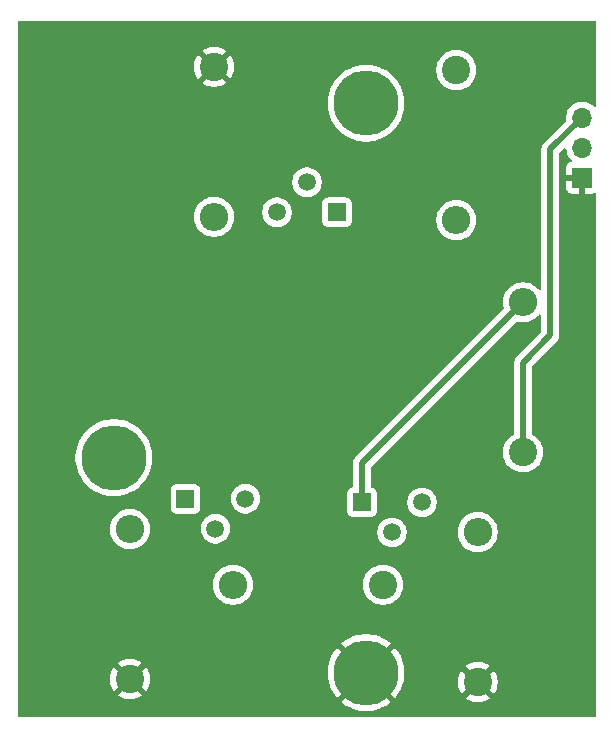
<source format=gbl>
G04 #@! TF.GenerationSoftware,KiCad,Pcbnew,9.0.0*
G04 #@! TF.CreationDate,2025-04-29T16:13:28+03:00*
G04 #@! TF.ProjectId,LED-BOARD,4c45442d-424f-4415-9244-2e6b69636164,rev?*
G04 #@! TF.SameCoordinates,Original*
G04 #@! TF.FileFunction,Copper,L2,Bot*
G04 #@! TF.FilePolarity,Positive*
%FSLAX46Y46*%
G04 Gerber Fmt 4.6, Leading zero omitted, Abs format (unit mm)*
G04 Created by KiCad (PCBNEW 9.0.0) date 2025-04-29 16:13:28*
%MOMM*%
%LPD*%
G01*
G04 APERTURE LIST*
G04 #@! TA.AperFunction,ComponentPad*
%ADD10C,5.500000*%
G04 #@! TD*
G04 #@! TA.AperFunction,ComponentPad*
%ADD11C,2.400000*%
G04 #@! TD*
G04 #@! TA.AperFunction,ComponentPad*
%ADD12O,2.400000X2.400000*%
G04 #@! TD*
G04 #@! TA.AperFunction,ComponentPad*
%ADD13R,1.500000X1.500000*%
G04 #@! TD*
G04 #@! TA.AperFunction,ComponentPad*
%ADD14C,1.500000*%
G04 #@! TD*
G04 #@! TA.AperFunction,ComponentPad*
%ADD15R,1.700000X1.700000*%
G04 #@! TD*
G04 #@! TA.AperFunction,ComponentPad*
%ADD16O,1.700000X1.700000*%
G04 #@! TD*
G04 #@! TA.AperFunction,Conductor*
%ADD17C,0.500000*%
G04 #@! TD*
G04 APERTURE END LIST*
D10*
X128150000Y-64050000D03*
D11*
X141450000Y-93600000D03*
D12*
X141450000Y-80900000D03*
D13*
X125690000Y-73270000D03*
D14*
X123150000Y-70730000D03*
X120609999Y-73270001D03*
D11*
X137600000Y-113050000D03*
D12*
X137600000Y-100350000D03*
D11*
X135800000Y-61250000D03*
D12*
X135800000Y-73950000D03*
D13*
X127810001Y-97830000D03*
D14*
X130350001Y-100370000D03*
X132890001Y-97830001D03*
D13*
X112860000Y-97530001D03*
D14*
X115400000Y-100070001D03*
X117940002Y-97529999D03*
D11*
X129600000Y-104799999D03*
D12*
X116900000Y-104799999D03*
D11*
X108150000Y-112800000D03*
D12*
X108150000Y-100100000D03*
D11*
X115300000Y-60950000D03*
D12*
X115300000Y-73650000D03*
D10*
X128150000Y-112250000D03*
D15*
X146450000Y-70340000D03*
D16*
X146450000Y-67800000D03*
X146449999Y-65259999D03*
D10*
X106800000Y-94050000D03*
D17*
X127810001Y-94539999D02*
X127810001Y-97830000D01*
X141450000Y-80900000D02*
X127810001Y-94539999D01*
X143750000Y-83700000D02*
X143750000Y-67959998D01*
X141450000Y-86000000D02*
X143750000Y-83700000D01*
X141450000Y-93600000D02*
X141450000Y-86000000D01*
X143750000Y-67959998D02*
X146449999Y-65259999D01*
G04 #@! TA.AperFunction,Conductor*
G36*
X147592539Y-57070185D02*
G01*
X147638294Y-57122989D01*
X147649500Y-57174500D01*
X147649500Y-64250242D01*
X147629815Y-64317281D01*
X147577011Y-64363036D01*
X147507853Y-64372980D01*
X147444297Y-64343955D01*
X147437819Y-64337923D01*
X147329785Y-64229889D01*
X147157819Y-64104950D01*
X146968413Y-64008443D01*
X146968412Y-64008442D01*
X146968411Y-64008442D01*
X146766242Y-63942753D01*
X146766240Y-63942752D01*
X146766239Y-63942752D01*
X146604956Y-63917207D01*
X146556286Y-63909499D01*
X146343712Y-63909499D01*
X146295041Y-63917207D01*
X146133759Y-63942752D01*
X145931584Y-64008443D01*
X145742178Y-64104950D01*
X145570212Y-64229889D01*
X145419889Y-64380212D01*
X145294950Y-64552178D01*
X145198443Y-64741584D01*
X145132752Y-64943759D01*
X145099499Y-65153712D01*
X145099499Y-65366291D01*
X145114615Y-65461727D01*
X145105661Y-65531020D01*
X145079823Y-65568806D01*
X143167050Y-67481578D01*
X143167044Y-67481586D01*
X143117812Y-67555266D01*
X143117813Y-67555267D01*
X143084921Y-67604494D01*
X143084914Y-67604506D01*
X143028342Y-67741084D01*
X143028340Y-67741090D01*
X142999500Y-67886077D01*
X142999500Y-79760677D01*
X142979815Y-79827716D01*
X142927011Y-79873471D01*
X142857853Y-79883415D01*
X142794297Y-79854390D01*
X142777124Y-79836164D01*
X142756726Y-79809581D01*
X142731247Y-79776376D01*
X142731245Y-79776374D01*
X142731242Y-79776370D01*
X142573629Y-79618757D01*
X142573622Y-79618751D01*
X142396782Y-79483058D01*
X142396780Y-79483057D01*
X142396774Y-79483052D01*
X142203726Y-79371595D01*
X142203722Y-79371593D01*
X141997790Y-79286293D01*
X141997783Y-79286291D01*
X141997781Y-79286290D01*
X141782463Y-79228596D01*
X141782457Y-79228595D01*
X141782452Y-79228594D01*
X141561466Y-79199501D01*
X141561463Y-79199500D01*
X141561457Y-79199500D01*
X141338543Y-79199500D01*
X141338537Y-79199500D01*
X141338533Y-79199501D01*
X141117547Y-79228594D01*
X141117540Y-79228595D01*
X141117537Y-79228596D01*
X140902219Y-79286290D01*
X140902209Y-79286293D01*
X140696277Y-79371593D01*
X140696273Y-79371595D01*
X140503226Y-79483052D01*
X140503217Y-79483058D01*
X140326377Y-79618751D01*
X140326370Y-79618757D01*
X140168757Y-79776370D01*
X140168751Y-79776377D01*
X140033058Y-79953217D01*
X140033052Y-79953226D01*
X139921595Y-80146273D01*
X139921593Y-80146277D01*
X139836293Y-80352209D01*
X139836290Y-80352219D01*
X139778597Y-80567534D01*
X139778594Y-80567547D01*
X139749501Y-80788533D01*
X139749500Y-80788549D01*
X139749500Y-81011450D01*
X139749501Y-81011466D01*
X139778594Y-81232452D01*
X139778595Y-81232457D01*
X139778596Y-81232463D01*
X139778597Y-81232465D01*
X139818725Y-81382226D01*
X139817062Y-81452076D01*
X139786631Y-81502000D01*
X127227051Y-94061579D01*
X127227045Y-94061587D01*
X127177813Y-94135267D01*
X127177814Y-94135268D01*
X127144922Y-94184495D01*
X127144915Y-94184507D01*
X127088343Y-94321085D01*
X127088341Y-94321091D01*
X127059501Y-94466078D01*
X127059501Y-96463023D01*
X127039816Y-96530062D01*
X126987012Y-96575817D01*
X126959866Y-96583266D01*
X126960069Y-96584124D01*
X126952521Y-96585907D01*
X126817672Y-96636202D01*
X126817665Y-96636206D01*
X126702456Y-96722452D01*
X126702453Y-96722455D01*
X126616207Y-96837664D01*
X126616203Y-96837671D01*
X126565909Y-96972517D01*
X126561304Y-97015353D01*
X126559502Y-97032123D01*
X126559501Y-97032135D01*
X126559501Y-98627870D01*
X126559502Y-98627876D01*
X126565909Y-98687483D01*
X126616203Y-98822328D01*
X126616207Y-98822335D01*
X126702453Y-98937544D01*
X126702456Y-98937547D01*
X126817665Y-99023793D01*
X126817672Y-99023797D01*
X126952518Y-99074091D01*
X126952517Y-99074091D01*
X126959445Y-99074835D01*
X127012128Y-99080500D01*
X128607873Y-99080499D01*
X128667484Y-99074091D01*
X128802332Y-99023796D01*
X128917547Y-98937546D01*
X129003797Y-98822331D01*
X129054092Y-98687483D01*
X129060501Y-98627873D01*
X129060500Y-97731578D01*
X131639501Y-97731578D01*
X131639501Y-97928423D01*
X131670291Y-98122827D01*
X131731118Y-98310030D01*
X131819671Y-98483824D01*
X131820477Y-98485406D01*
X131936173Y-98644647D01*
X132075355Y-98783829D01*
X132234596Y-98899525D01*
X132257347Y-98911117D01*
X132409971Y-98988883D01*
X132409973Y-98988883D01*
X132409976Y-98988885D01*
X132510318Y-99021488D01*
X132597174Y-99049710D01*
X132791579Y-99080501D01*
X132791584Y-99080501D01*
X132988423Y-99080501D01*
X133182827Y-99049710D01*
X133370026Y-98988885D01*
X133545406Y-98899525D01*
X133704647Y-98783829D01*
X133843829Y-98644647D01*
X133959525Y-98485406D01*
X134048885Y-98310026D01*
X134109710Y-98122827D01*
X134140501Y-97928423D01*
X134140501Y-97731578D01*
X134109710Y-97537174D01*
X134081488Y-97450318D01*
X134048885Y-97349976D01*
X134048883Y-97349973D01*
X134048883Y-97349971D01*
X133991409Y-97237172D01*
X133959525Y-97174596D01*
X133843829Y-97015355D01*
X133704647Y-96876173D01*
X133545406Y-96760477D01*
X133370030Y-96671118D01*
X133182827Y-96610291D01*
X132988423Y-96579501D01*
X132988418Y-96579501D01*
X132791584Y-96579501D01*
X132791579Y-96579501D01*
X132597174Y-96610291D01*
X132409971Y-96671118D01*
X132234595Y-96760477D01*
X132143742Y-96826486D01*
X132075355Y-96876173D01*
X132075353Y-96876175D01*
X132075352Y-96876175D01*
X131936175Y-97015352D01*
X131936175Y-97015353D01*
X131936173Y-97015355D01*
X131911021Y-97049974D01*
X131820477Y-97174595D01*
X131731118Y-97349971D01*
X131670291Y-97537174D01*
X131639501Y-97731578D01*
X129060500Y-97731578D01*
X129060500Y-97032128D01*
X129054092Y-96972517D01*
X129003797Y-96837669D01*
X129003796Y-96837668D01*
X129003794Y-96837664D01*
X128917548Y-96722455D01*
X128917545Y-96722452D01*
X128802336Y-96636206D01*
X128802329Y-96636202D01*
X128667483Y-96585908D01*
X128659939Y-96584126D01*
X128660475Y-96581853D01*
X128606689Y-96559571D01*
X128566844Y-96502177D01*
X128560501Y-96463024D01*
X128560501Y-94902227D01*
X128580186Y-94835188D01*
X128596815Y-94814551D01*
X140847999Y-82563366D01*
X140909320Y-82529883D01*
X140967768Y-82531273D01*
X141117537Y-82571404D01*
X141338543Y-82600500D01*
X141338550Y-82600500D01*
X141561450Y-82600500D01*
X141561457Y-82600500D01*
X141782463Y-82571404D01*
X141997781Y-82513710D01*
X142203726Y-82428405D01*
X142396774Y-82316948D01*
X142573624Y-82181247D01*
X142731247Y-82023624D01*
X142777124Y-81963836D01*
X142833551Y-81922633D01*
X142903297Y-81918478D01*
X142964218Y-81952690D01*
X142996971Y-82014407D01*
X142999500Y-82039322D01*
X142999500Y-83337769D01*
X142979815Y-83404808D01*
X142963181Y-83425450D01*
X140867050Y-85521580D01*
X140867044Y-85521588D01*
X140817812Y-85595268D01*
X140817813Y-85595269D01*
X140784921Y-85644496D01*
X140784914Y-85644508D01*
X140728342Y-85781086D01*
X140728340Y-85781092D01*
X140699500Y-85926079D01*
X140699500Y-91998141D01*
X140679815Y-92065180D01*
X140637501Y-92105528D01*
X140503226Y-92183052D01*
X140503217Y-92183058D01*
X140326377Y-92318751D01*
X140326370Y-92318757D01*
X140168757Y-92476370D01*
X140168751Y-92476377D01*
X140033058Y-92653217D01*
X140033052Y-92653226D01*
X139921595Y-92846273D01*
X139921593Y-92846277D01*
X139836293Y-93052209D01*
X139836290Y-93052219D01*
X139778597Y-93267534D01*
X139778594Y-93267547D01*
X139749501Y-93488533D01*
X139749500Y-93488549D01*
X139749500Y-93711450D01*
X139749501Y-93711466D01*
X139778594Y-93932452D01*
X139778595Y-93932457D01*
X139778596Y-93932463D01*
X139836290Y-94147780D01*
X139836293Y-94147790D01*
X139908075Y-94321086D01*
X139921595Y-94353726D01*
X140033052Y-94546774D01*
X140033057Y-94546780D01*
X140033058Y-94546782D01*
X140168751Y-94723622D01*
X140168757Y-94723629D01*
X140326370Y-94881242D01*
X140326376Y-94881247D01*
X140503226Y-95016948D01*
X140696274Y-95128405D01*
X140902219Y-95213710D01*
X141117537Y-95271404D01*
X141338543Y-95300500D01*
X141338550Y-95300500D01*
X141561450Y-95300500D01*
X141561457Y-95300500D01*
X141782463Y-95271404D01*
X141997781Y-95213710D01*
X142203726Y-95128405D01*
X142396774Y-95016948D01*
X142573624Y-94881247D01*
X142731247Y-94723624D01*
X142866948Y-94546774D01*
X142978405Y-94353726D01*
X143063710Y-94147781D01*
X143121404Y-93932463D01*
X143150500Y-93711457D01*
X143150500Y-93488543D01*
X143121404Y-93267537D01*
X143063710Y-93052219D01*
X142978405Y-92846274D01*
X142866948Y-92653226D01*
X142731247Y-92476376D01*
X142731242Y-92476370D01*
X142573629Y-92318757D01*
X142573622Y-92318751D01*
X142396782Y-92183058D01*
X142396780Y-92183057D01*
X142396774Y-92183052D01*
X142262498Y-92105527D01*
X142214284Y-92054961D01*
X142200500Y-91998141D01*
X142200500Y-86362229D01*
X142220185Y-86295190D01*
X142236819Y-86274548D01*
X144332948Y-84178419D01*
X144332951Y-84178416D01*
X144415084Y-84055495D01*
X144471658Y-83918913D01*
X144500500Y-83773918D01*
X144500500Y-83626083D01*
X144500500Y-68322227D01*
X144520185Y-68255188D01*
X144536819Y-68234546D01*
X144655126Y-68116239D01*
X144895366Y-67875998D01*
X144956687Y-67842515D01*
X145026378Y-67847499D01*
X145082312Y-67889370D01*
X145105518Y-67944283D01*
X145132754Y-68116243D01*
X145177900Y-68255188D01*
X145198444Y-68318414D01*
X145294951Y-68507820D01*
X145419890Y-68679786D01*
X145533818Y-68793714D01*
X145567303Y-68855037D01*
X145562319Y-68924729D01*
X145520447Y-68980662D01*
X145489471Y-68997577D01*
X145357912Y-69046646D01*
X145357906Y-69046649D01*
X145242812Y-69132809D01*
X145242809Y-69132812D01*
X145156649Y-69247906D01*
X145156645Y-69247913D01*
X145106403Y-69382620D01*
X145106401Y-69382627D01*
X145100000Y-69442155D01*
X145100000Y-70090000D01*
X146016988Y-70090000D01*
X145984075Y-70147007D01*
X145950000Y-70274174D01*
X145950000Y-70405826D01*
X145984075Y-70532993D01*
X146016988Y-70590000D01*
X145100000Y-70590000D01*
X145100000Y-71237844D01*
X145106401Y-71297372D01*
X145106403Y-71297379D01*
X145156645Y-71432086D01*
X145156649Y-71432093D01*
X145242809Y-71547187D01*
X145242812Y-71547190D01*
X145357906Y-71633350D01*
X145357913Y-71633354D01*
X145492620Y-71683596D01*
X145492627Y-71683598D01*
X145552155Y-71689999D01*
X145552172Y-71690000D01*
X146200000Y-71690000D01*
X146200000Y-70773012D01*
X146257007Y-70805925D01*
X146384174Y-70840000D01*
X146515826Y-70840000D01*
X146642993Y-70805925D01*
X146700000Y-70773012D01*
X146700000Y-71690000D01*
X147347828Y-71690000D01*
X147347844Y-71689999D01*
X147407372Y-71683598D01*
X147407383Y-71683595D01*
X147482166Y-71655703D01*
X147551857Y-71650718D01*
X147613181Y-71684202D01*
X147646666Y-71745525D01*
X147649500Y-71771884D01*
X147649500Y-115925500D01*
X147629815Y-115992539D01*
X147577011Y-116038294D01*
X147525500Y-116049500D01*
X98774500Y-116049500D01*
X98707461Y-116029815D01*
X98661706Y-115977011D01*
X98650500Y-115925500D01*
X98650500Y-112688575D01*
X106450000Y-112688575D01*
X106450000Y-112911424D01*
X106479085Y-113132354D01*
X106479088Y-113132367D01*
X106536763Y-113347618D01*
X106622045Y-113553502D01*
X106622054Y-113553520D01*
X106733464Y-113746491D01*
X106733473Y-113746504D01*
X106784040Y-113812403D01*
X106784043Y-113812403D01*
X107585387Y-113011059D01*
X107590889Y-113031591D01*
X107669881Y-113168408D01*
X107781592Y-113280119D01*
X107918409Y-113359111D01*
X107938940Y-113364612D01*
X107137595Y-114165955D01*
X107137595Y-114165956D01*
X107203507Y-114216533D01*
X107396485Y-114327949D01*
X107396497Y-114327954D01*
X107602381Y-114413236D01*
X107817632Y-114470911D01*
X107817645Y-114470914D01*
X108038575Y-114500000D01*
X108261425Y-114500000D01*
X108482354Y-114470914D01*
X108482367Y-114470911D01*
X108697618Y-114413236D01*
X108903502Y-114327954D01*
X108903514Y-114327949D01*
X109096498Y-114216530D01*
X109162403Y-114165957D01*
X109162404Y-114165956D01*
X108361059Y-113364612D01*
X108381591Y-113359111D01*
X108518408Y-113280119D01*
X108630119Y-113168408D01*
X108709111Y-113031591D01*
X108714612Y-113011059D01*
X109515956Y-113812404D01*
X109515957Y-113812403D01*
X109566530Y-113746498D01*
X109677949Y-113553514D01*
X109677954Y-113553502D01*
X109763236Y-113347618D01*
X109820911Y-113132367D01*
X109820914Y-113132354D01*
X109850000Y-112911424D01*
X109850000Y-112688575D01*
X109820914Y-112467645D01*
X109820911Y-112467632D01*
X109763236Y-112252381D01*
X109714510Y-112134747D01*
X109696116Y-112090341D01*
X124900000Y-112090341D01*
X124900000Y-112409658D01*
X124931298Y-112727438D01*
X124931301Y-112727455D01*
X124993591Y-113040617D01*
X124993594Y-113040628D01*
X125086292Y-113346213D01*
X125208493Y-113641232D01*
X125208495Y-113641237D01*
X125359014Y-113922837D01*
X125359025Y-113922855D01*
X125536422Y-114188348D01*
X125536432Y-114188362D01*
X125681418Y-114365027D01*
X126855747Y-113190697D01*
X126929588Y-113292330D01*
X127107670Y-113470412D01*
X127209301Y-113544251D01*
X126034971Y-114718580D01*
X126034972Y-114718581D01*
X126211637Y-114863567D01*
X126211651Y-114863577D01*
X126477144Y-115040974D01*
X126477162Y-115040985D01*
X126758762Y-115191504D01*
X126758767Y-115191506D01*
X127053786Y-115313707D01*
X127359371Y-115406405D01*
X127359382Y-115406408D01*
X127672544Y-115468698D01*
X127672561Y-115468701D01*
X127990341Y-115500000D01*
X128309659Y-115500000D01*
X128627438Y-115468701D01*
X128627455Y-115468698D01*
X128940617Y-115406408D01*
X128940628Y-115406405D01*
X129246213Y-115313707D01*
X129541232Y-115191506D01*
X129541237Y-115191504D01*
X129822837Y-115040985D01*
X129822855Y-115040974D01*
X130088348Y-114863577D01*
X130088361Y-114863567D01*
X130265026Y-114718581D01*
X130265027Y-114718580D01*
X129090698Y-113544251D01*
X129192330Y-113470412D01*
X129370412Y-113292330D01*
X129444251Y-113190698D01*
X130618580Y-114365027D01*
X130618581Y-114365026D01*
X130680698Y-114289338D01*
X130763567Y-114188361D01*
X130763577Y-114188348D01*
X130940974Y-113922855D01*
X130940985Y-113922837D01*
X131091504Y-113641237D01*
X131091506Y-113641232D01*
X131213707Y-113346213D01*
X131306405Y-113040628D01*
X131306408Y-113040617D01*
X131326705Y-112938575D01*
X135900000Y-112938575D01*
X135900000Y-113161424D01*
X135929085Y-113382354D01*
X135929088Y-113382367D01*
X135986763Y-113597618D01*
X136072045Y-113803502D01*
X136072054Y-113803520D01*
X136183464Y-113996491D01*
X136183473Y-113996504D01*
X136234040Y-114062403D01*
X136234043Y-114062403D01*
X137035387Y-113261059D01*
X137040889Y-113281591D01*
X137119881Y-113418408D01*
X137231592Y-113530119D01*
X137368409Y-113609111D01*
X137388940Y-113614612D01*
X136587595Y-114415955D01*
X136587595Y-114415956D01*
X136653507Y-114466533D01*
X136846485Y-114577949D01*
X136846497Y-114577954D01*
X137052381Y-114663236D01*
X137267632Y-114720911D01*
X137267645Y-114720914D01*
X137488575Y-114750000D01*
X137711425Y-114750000D01*
X137932354Y-114720914D01*
X137932367Y-114720911D01*
X138147618Y-114663236D01*
X138353502Y-114577954D01*
X138353514Y-114577949D01*
X138546498Y-114466530D01*
X138612403Y-114415957D01*
X138612404Y-114415956D01*
X137811059Y-113614612D01*
X137831591Y-113609111D01*
X137968408Y-113530119D01*
X138080119Y-113418408D01*
X138159111Y-113281591D01*
X138164612Y-113261059D01*
X138965956Y-114062404D01*
X138965957Y-114062403D01*
X139016530Y-113996498D01*
X139127949Y-113803514D01*
X139127954Y-113803502D01*
X139213236Y-113597618D01*
X139270911Y-113382367D01*
X139270914Y-113382354D01*
X139300000Y-113161424D01*
X139300000Y-112938575D01*
X139270914Y-112717645D01*
X139270911Y-112717632D01*
X139213236Y-112502381D01*
X139127954Y-112296497D01*
X139127949Y-112296485D01*
X139016533Y-112103507D01*
X138965956Y-112037595D01*
X138965955Y-112037595D01*
X138164612Y-112838939D01*
X138159111Y-112818409D01*
X138080119Y-112681592D01*
X137968408Y-112569881D01*
X137831591Y-112490889D01*
X137811058Y-112485387D01*
X138612403Y-111684043D01*
X138612403Y-111684040D01*
X138546504Y-111633473D01*
X138546491Y-111633464D01*
X138353520Y-111522054D01*
X138353502Y-111522045D01*
X138147618Y-111436763D01*
X137932367Y-111379088D01*
X137932354Y-111379085D01*
X137711425Y-111350000D01*
X137488575Y-111350000D01*
X137267645Y-111379085D01*
X137267632Y-111379088D01*
X137052381Y-111436763D01*
X136846497Y-111522045D01*
X136846479Y-111522054D01*
X136653511Y-111633462D01*
X136587595Y-111684042D01*
X137388941Y-112485387D01*
X137368409Y-112490889D01*
X137231592Y-112569881D01*
X137119881Y-112681592D01*
X137040889Y-112818409D01*
X137035387Y-112838940D01*
X136234042Y-112037595D01*
X136183462Y-112103511D01*
X136072054Y-112296479D01*
X136072045Y-112296497D01*
X135986763Y-112502381D01*
X135929088Y-112717632D01*
X135929085Y-112717645D01*
X135900000Y-112938575D01*
X131326705Y-112938575D01*
X131332324Y-112910326D01*
X131368698Y-112727455D01*
X131368701Y-112727438D01*
X131400000Y-112409658D01*
X131400000Y-112090341D01*
X131368701Y-111772561D01*
X131368698Y-111772544D01*
X131365445Y-111756186D01*
X131306408Y-111459382D01*
X131306405Y-111459371D01*
X131213707Y-111153786D01*
X131091506Y-110858767D01*
X131091504Y-110858762D01*
X130940985Y-110577162D01*
X130940974Y-110577144D01*
X130763577Y-110311651D01*
X130763567Y-110311637D01*
X130618581Y-110134972D01*
X130618580Y-110134971D01*
X129444251Y-111309300D01*
X129370412Y-111207670D01*
X129192330Y-111029588D01*
X129090698Y-110955748D01*
X130265027Y-109781418D01*
X130088362Y-109636432D01*
X130088348Y-109636422D01*
X129822855Y-109459025D01*
X129822837Y-109459014D01*
X129541237Y-109308495D01*
X129541232Y-109308493D01*
X129246213Y-109186292D01*
X128940628Y-109093594D01*
X128940617Y-109093591D01*
X128627455Y-109031301D01*
X128627438Y-109031298D01*
X128309659Y-109000000D01*
X127990341Y-109000000D01*
X127672561Y-109031298D01*
X127672544Y-109031301D01*
X127359382Y-109093591D01*
X127359371Y-109093594D01*
X127053786Y-109186292D01*
X126758767Y-109308493D01*
X126758762Y-109308495D01*
X126477162Y-109459014D01*
X126477144Y-109459025D01*
X126211651Y-109636422D01*
X126211650Y-109636423D01*
X126034971Y-109781418D01*
X127209301Y-110955748D01*
X127107670Y-111029588D01*
X126929588Y-111207670D01*
X126855748Y-111309301D01*
X125681418Y-110134971D01*
X125536423Y-110311650D01*
X125536422Y-110311651D01*
X125359025Y-110577144D01*
X125359014Y-110577162D01*
X125208495Y-110858762D01*
X125208493Y-110858767D01*
X125086292Y-111153786D01*
X124993594Y-111459371D01*
X124993591Y-111459382D01*
X124931301Y-111772544D01*
X124931298Y-111772561D01*
X124900000Y-112090341D01*
X109696116Y-112090341D01*
X109677952Y-112046492D01*
X109677949Y-112046485D01*
X109566533Y-111853507D01*
X109515956Y-111787595D01*
X109515955Y-111787595D01*
X108714612Y-112588939D01*
X108709111Y-112568409D01*
X108630119Y-112431592D01*
X108518408Y-112319881D01*
X108381591Y-112240889D01*
X108361058Y-112235387D01*
X109162403Y-111434043D01*
X109162403Y-111434040D01*
X109096504Y-111383473D01*
X109096491Y-111383464D01*
X108903520Y-111272054D01*
X108903502Y-111272045D01*
X108697618Y-111186763D01*
X108482367Y-111129088D01*
X108482354Y-111129085D01*
X108261425Y-111100000D01*
X108038575Y-111100000D01*
X107817645Y-111129085D01*
X107817632Y-111129088D01*
X107602381Y-111186763D01*
X107396497Y-111272045D01*
X107396479Y-111272054D01*
X107203511Y-111383462D01*
X107137595Y-111434042D01*
X107938941Y-112235387D01*
X107918409Y-112240889D01*
X107781592Y-112319881D01*
X107669881Y-112431592D01*
X107590889Y-112568409D01*
X107585387Y-112588940D01*
X106784042Y-111787595D01*
X106733462Y-111853511D01*
X106622054Y-112046479D01*
X106622045Y-112046497D01*
X106536763Y-112252381D01*
X106479088Y-112467632D01*
X106479085Y-112467645D01*
X106450000Y-112688575D01*
X98650500Y-112688575D01*
X98650500Y-104688548D01*
X115199500Y-104688548D01*
X115199500Y-104911449D01*
X115199501Y-104911465D01*
X115228594Y-105132451D01*
X115228595Y-105132456D01*
X115228596Y-105132462D01*
X115228597Y-105132464D01*
X115286290Y-105347779D01*
X115286293Y-105347789D01*
X115371593Y-105553721D01*
X115371595Y-105553725D01*
X115483052Y-105746773D01*
X115483057Y-105746779D01*
X115483058Y-105746781D01*
X115618751Y-105923621D01*
X115618757Y-105923628D01*
X115776370Y-106081241D01*
X115776376Y-106081246D01*
X115953226Y-106216947D01*
X116146274Y-106328404D01*
X116352219Y-106413709D01*
X116567537Y-106471403D01*
X116788543Y-106500499D01*
X116788550Y-106500499D01*
X117011450Y-106500499D01*
X117011457Y-106500499D01*
X117232463Y-106471403D01*
X117447781Y-106413709D01*
X117653726Y-106328404D01*
X117846774Y-106216947D01*
X118023624Y-106081246D01*
X118181247Y-105923623D01*
X118316948Y-105746773D01*
X118428405Y-105553725D01*
X118513710Y-105347780D01*
X118571404Y-105132462D01*
X118600500Y-104911456D01*
X118600500Y-104688548D01*
X127899500Y-104688548D01*
X127899500Y-104911449D01*
X127899501Y-104911465D01*
X127928594Y-105132451D01*
X127928595Y-105132456D01*
X127928596Y-105132462D01*
X127928597Y-105132464D01*
X127986290Y-105347779D01*
X127986293Y-105347789D01*
X128071593Y-105553721D01*
X128071595Y-105553725D01*
X128183052Y-105746773D01*
X128183057Y-105746779D01*
X128183058Y-105746781D01*
X128318751Y-105923621D01*
X128318757Y-105923628D01*
X128476370Y-106081241D01*
X128476376Y-106081246D01*
X128653226Y-106216947D01*
X128846274Y-106328404D01*
X129052219Y-106413709D01*
X129267537Y-106471403D01*
X129488543Y-106500499D01*
X129488550Y-106500499D01*
X129711450Y-106500499D01*
X129711457Y-106500499D01*
X129932463Y-106471403D01*
X130147781Y-106413709D01*
X130353726Y-106328404D01*
X130546774Y-106216947D01*
X130723624Y-106081246D01*
X130881247Y-105923623D01*
X131016948Y-105746773D01*
X131128405Y-105553725D01*
X131213710Y-105347780D01*
X131271404Y-105132462D01*
X131300500Y-104911456D01*
X131300500Y-104688542D01*
X131271404Y-104467536D01*
X131213710Y-104252218D01*
X131128405Y-104046273D01*
X131016948Y-103853225D01*
X130881247Y-103676375D01*
X130881242Y-103676369D01*
X130723629Y-103518756D01*
X130723622Y-103518750D01*
X130546782Y-103383057D01*
X130546780Y-103383056D01*
X130546774Y-103383051D01*
X130353726Y-103271594D01*
X130353722Y-103271592D01*
X130147790Y-103186292D01*
X130147783Y-103186290D01*
X130147781Y-103186289D01*
X129932463Y-103128595D01*
X129932457Y-103128594D01*
X129932452Y-103128593D01*
X129711466Y-103099500D01*
X129711463Y-103099499D01*
X129711457Y-103099499D01*
X129488543Y-103099499D01*
X129488537Y-103099499D01*
X129488533Y-103099500D01*
X129267547Y-103128593D01*
X129267540Y-103128594D01*
X129267537Y-103128595D01*
X129052219Y-103186289D01*
X129052209Y-103186292D01*
X128846277Y-103271592D01*
X128846273Y-103271594D01*
X128653226Y-103383051D01*
X128653217Y-103383057D01*
X128476377Y-103518750D01*
X128476370Y-103518756D01*
X128318757Y-103676369D01*
X128318751Y-103676376D01*
X128183058Y-103853216D01*
X128183052Y-103853225D01*
X128071595Y-104046272D01*
X128071593Y-104046276D01*
X127986293Y-104252208D01*
X127986290Y-104252218D01*
X127928597Y-104467533D01*
X127928594Y-104467546D01*
X127899501Y-104688532D01*
X127899500Y-104688548D01*
X118600500Y-104688548D01*
X118600500Y-104688542D01*
X118571404Y-104467536D01*
X118513710Y-104252218D01*
X118428405Y-104046273D01*
X118316948Y-103853225D01*
X118181247Y-103676375D01*
X118181242Y-103676369D01*
X118023629Y-103518756D01*
X118023622Y-103518750D01*
X117846782Y-103383057D01*
X117846780Y-103383056D01*
X117846774Y-103383051D01*
X117653726Y-103271594D01*
X117653722Y-103271592D01*
X117447790Y-103186292D01*
X117447783Y-103186290D01*
X117447781Y-103186289D01*
X117232463Y-103128595D01*
X117232457Y-103128594D01*
X117232452Y-103128593D01*
X117011466Y-103099500D01*
X117011463Y-103099499D01*
X117011457Y-103099499D01*
X116788543Y-103099499D01*
X116788537Y-103099499D01*
X116788533Y-103099500D01*
X116567547Y-103128593D01*
X116567540Y-103128594D01*
X116567537Y-103128595D01*
X116352219Y-103186289D01*
X116352209Y-103186292D01*
X116146277Y-103271592D01*
X116146273Y-103271594D01*
X115953226Y-103383051D01*
X115953217Y-103383057D01*
X115776377Y-103518750D01*
X115776370Y-103518756D01*
X115618757Y-103676369D01*
X115618751Y-103676376D01*
X115483058Y-103853216D01*
X115483052Y-103853225D01*
X115371595Y-104046272D01*
X115371593Y-104046276D01*
X115286293Y-104252208D01*
X115286290Y-104252218D01*
X115228597Y-104467533D01*
X115228594Y-104467546D01*
X115199501Y-104688532D01*
X115199500Y-104688548D01*
X98650500Y-104688548D01*
X98650500Y-99988549D01*
X106449500Y-99988549D01*
X106449500Y-100211450D01*
X106449501Y-100211466D01*
X106478594Y-100432452D01*
X106478595Y-100432457D01*
X106478596Y-100432463D01*
X106510097Y-100550026D01*
X106536290Y-100647780D01*
X106536293Y-100647790D01*
X106621593Y-100853722D01*
X106621595Y-100853726D01*
X106733052Y-101046774D01*
X106733057Y-101046780D01*
X106733058Y-101046782D01*
X106868751Y-101223622D01*
X106868757Y-101223629D01*
X107026370Y-101381242D01*
X107026377Y-101381248D01*
X107146762Y-101473622D01*
X107203226Y-101516948D01*
X107396274Y-101628405D01*
X107602219Y-101713710D01*
X107817537Y-101771404D01*
X108038543Y-101800500D01*
X108038550Y-101800500D01*
X108261450Y-101800500D01*
X108261457Y-101800500D01*
X108482463Y-101771404D01*
X108697781Y-101713710D01*
X108903726Y-101628405D01*
X109096774Y-101516948D01*
X109273624Y-101381247D01*
X109431247Y-101223624D01*
X109566948Y-101046774D01*
X109678405Y-100853726D01*
X109763710Y-100647781D01*
X109821404Y-100432463D01*
X109850500Y-100211457D01*
X109850500Y-99988543D01*
X109848267Y-99971584D01*
X109848266Y-99971578D01*
X114149500Y-99971578D01*
X114149500Y-100168423D01*
X114180290Y-100362827D01*
X114241117Y-100550030D01*
X114330476Y-100725406D01*
X114446172Y-100884647D01*
X114585354Y-101023829D01*
X114744595Y-101139525D01*
X114827455Y-101181744D01*
X114919970Y-101228883D01*
X114919972Y-101228883D01*
X114919975Y-101228885D01*
X115020317Y-101261488D01*
X115107173Y-101289710D01*
X115301578Y-101320501D01*
X115301583Y-101320501D01*
X115498422Y-101320501D01*
X115692826Y-101289710D01*
X115880025Y-101228885D01*
X116055405Y-101139525D01*
X116214646Y-101023829D01*
X116353828Y-100884647D01*
X116469524Y-100725406D01*
X116558884Y-100550026D01*
X116619709Y-100362827D01*
X116634162Y-100271577D01*
X129099501Y-100271577D01*
X129099501Y-100468422D01*
X129130291Y-100662826D01*
X129191118Y-100850029D01*
X129215454Y-100897790D01*
X129280477Y-101025405D01*
X129396173Y-101184646D01*
X129535355Y-101323828D01*
X129694596Y-101439524D01*
X129761531Y-101473629D01*
X129869971Y-101528882D01*
X129869973Y-101528882D01*
X129869976Y-101528884D01*
X129970318Y-101561487D01*
X130057174Y-101589709D01*
X130251579Y-101620500D01*
X130251584Y-101620500D01*
X130448423Y-101620500D01*
X130642827Y-101589709D01*
X130830026Y-101528884D01*
X131005406Y-101439524D01*
X131164647Y-101323828D01*
X131303829Y-101184646D01*
X131419525Y-101025405D01*
X131508885Y-100850025D01*
X131569710Y-100662826D01*
X131600501Y-100468422D01*
X131600501Y-100271579D01*
X131597698Y-100253883D01*
X131597698Y-100253882D01*
X131595269Y-100238549D01*
X135899500Y-100238549D01*
X135899500Y-100461450D01*
X135899501Y-100461466D01*
X135928594Y-100682452D01*
X135928595Y-100682457D01*
X135928596Y-100682463D01*
X135986290Y-100897780D01*
X135986293Y-100897790D01*
X136048008Y-101046782D01*
X136071595Y-101103726D01*
X136183052Y-101296774D01*
X136183057Y-101296780D01*
X136183058Y-101296782D01*
X136318751Y-101473622D01*
X136318757Y-101473629D01*
X136476370Y-101631242D01*
X136476376Y-101631247D01*
X136653226Y-101766948D01*
X136846274Y-101878405D01*
X137052219Y-101963710D01*
X137267537Y-102021404D01*
X137488543Y-102050500D01*
X137488550Y-102050500D01*
X137711450Y-102050500D01*
X137711457Y-102050500D01*
X137932463Y-102021404D01*
X138147781Y-101963710D01*
X138353726Y-101878405D01*
X138546774Y-101766948D01*
X138723624Y-101631247D01*
X138881247Y-101473624D01*
X139016948Y-101296774D01*
X139128405Y-101103726D01*
X139213710Y-100897781D01*
X139271404Y-100682463D01*
X139300500Y-100461457D01*
X139300500Y-100238543D01*
X139271404Y-100017537D01*
X139213710Y-99802219D01*
X139203336Y-99777175D01*
X139128406Y-99596277D01*
X139128405Y-99596274D01*
X139016948Y-99403226D01*
X138881247Y-99226376D01*
X138881242Y-99226370D01*
X138723629Y-99068757D01*
X138723622Y-99068751D01*
X138546782Y-98933058D01*
X138546780Y-98933057D01*
X138546774Y-98933052D01*
X138353726Y-98821595D01*
X138353722Y-98821593D01*
X138147790Y-98736293D01*
X138147783Y-98736291D01*
X138147781Y-98736290D01*
X137932463Y-98678596D01*
X137932457Y-98678595D01*
X137932452Y-98678594D01*
X137711466Y-98649501D01*
X137711463Y-98649500D01*
X137711457Y-98649500D01*
X137488543Y-98649500D01*
X137488537Y-98649500D01*
X137488533Y-98649501D01*
X137267547Y-98678594D01*
X137267540Y-98678595D01*
X137267537Y-98678596D01*
X137098855Y-98723794D01*
X137052219Y-98736290D01*
X137052209Y-98736293D01*
X136846277Y-98821593D01*
X136846273Y-98821595D01*
X136653226Y-98933052D01*
X136653217Y-98933058D01*
X136476377Y-99068751D01*
X136476370Y-99068757D01*
X136318757Y-99226370D01*
X136318751Y-99226377D01*
X136183058Y-99403217D01*
X136183052Y-99403226D01*
X136071595Y-99596273D01*
X136071593Y-99596277D01*
X135986293Y-99802209D01*
X135986290Y-99802219D01*
X135936369Y-99988530D01*
X135928597Y-100017534D01*
X135928594Y-100017547D01*
X135899501Y-100238533D01*
X135899500Y-100238549D01*
X131595269Y-100238549D01*
X131569710Y-100077173D01*
X131539077Y-99982896D01*
X131508885Y-99889975D01*
X131508883Y-99889972D01*
X131508883Y-99889970D01*
X131446500Y-99767537D01*
X131419525Y-99714595D01*
X131303829Y-99555354D01*
X131164647Y-99416172D01*
X131005406Y-99300476D01*
X130830030Y-99211117D01*
X130642827Y-99150290D01*
X130448423Y-99119500D01*
X130448418Y-99119500D01*
X130251584Y-99119500D01*
X130251579Y-99119500D01*
X130057174Y-99150290D01*
X129869971Y-99211117D01*
X129694595Y-99300476D01*
X129603742Y-99366485D01*
X129535355Y-99416172D01*
X129535353Y-99416174D01*
X129535352Y-99416174D01*
X129396175Y-99555351D01*
X129396175Y-99555352D01*
X129396173Y-99555354D01*
X129366443Y-99596274D01*
X129280477Y-99714594D01*
X129191118Y-99889970D01*
X129130291Y-100077173D01*
X129099501Y-100271577D01*
X116634162Y-100271577D01*
X116638005Y-100247313D01*
X116650500Y-100168423D01*
X116650500Y-99971578D01*
X116619709Y-99777174D01*
X116558882Y-99589971D01*
X116469523Y-99414595D01*
X116461263Y-99403226D01*
X116353828Y-99255355D01*
X116214646Y-99116173D01*
X116055405Y-99000477D01*
X115880029Y-98911118D01*
X115692826Y-98850291D01*
X115498422Y-98819501D01*
X115498417Y-98819501D01*
X115301583Y-98819501D01*
X115301578Y-98819501D01*
X115107173Y-98850291D01*
X114919970Y-98911118D01*
X114744594Y-99000477D01*
X114676832Y-99049710D01*
X114585354Y-99116173D01*
X114585352Y-99116175D01*
X114585351Y-99116175D01*
X114446174Y-99255352D01*
X114446174Y-99255353D01*
X114446172Y-99255355D01*
X114396485Y-99323742D01*
X114330476Y-99414595D01*
X114241117Y-99589971D01*
X114180290Y-99777174D01*
X114149500Y-99971578D01*
X109848266Y-99971578D01*
X109825970Y-99802219D01*
X109821404Y-99767537D01*
X109763710Y-99552219D01*
X109678405Y-99346274D01*
X109566948Y-99153226D01*
X109527867Y-99102294D01*
X109431248Y-98976377D01*
X109431242Y-98976370D01*
X109273629Y-98818757D01*
X109273622Y-98818751D01*
X109096782Y-98683058D01*
X109096780Y-98683057D01*
X109096774Y-98683052D01*
X108903726Y-98571595D01*
X108903722Y-98571593D01*
X108697790Y-98486293D01*
X108697783Y-98486291D01*
X108697781Y-98486290D01*
X108482463Y-98428596D01*
X108482457Y-98428595D01*
X108482452Y-98428594D01*
X108261466Y-98399501D01*
X108261463Y-98399500D01*
X108261457Y-98399500D01*
X108038543Y-98399500D01*
X108038537Y-98399500D01*
X108038533Y-98399501D01*
X107817547Y-98428594D01*
X107817540Y-98428595D01*
X107817537Y-98428596D01*
X107611422Y-98483824D01*
X107602219Y-98486290D01*
X107602209Y-98486293D01*
X107396277Y-98571593D01*
X107396273Y-98571595D01*
X107203226Y-98683052D01*
X107203217Y-98683058D01*
X107026377Y-98818751D01*
X107026370Y-98818757D01*
X106868757Y-98976370D01*
X106868751Y-98976377D01*
X106733058Y-99153217D01*
X106733052Y-99153226D01*
X106621595Y-99346273D01*
X106621593Y-99346277D01*
X106536293Y-99552209D01*
X106536290Y-99552219D01*
X106478597Y-99767534D01*
X106478594Y-99767547D01*
X106449501Y-99988533D01*
X106449500Y-99988549D01*
X98650500Y-99988549D01*
X98650500Y-93890316D01*
X103549500Y-93890316D01*
X103549500Y-94209683D01*
X103580803Y-94527522D01*
X103643109Y-94840754D01*
X103735820Y-95146382D01*
X103858040Y-95441446D01*
X103858042Y-95441451D01*
X104008584Y-95723094D01*
X104008601Y-95723122D01*
X104186012Y-95988638D01*
X104186029Y-95988661D01*
X104388638Y-96235540D01*
X104614459Y-96461361D01*
X104614464Y-96461365D01*
X104614465Y-96461366D01*
X104861344Y-96663975D01*
X104861351Y-96663980D01*
X104861361Y-96663987D01*
X105126877Y-96841398D01*
X105126882Y-96841401D01*
X105126894Y-96841409D01*
X105126903Y-96841413D01*
X105126905Y-96841415D01*
X105408548Y-96991957D01*
X105408550Y-96991957D01*
X105408556Y-96991961D01*
X105703619Y-97114180D01*
X106009240Y-97206889D01*
X106322477Y-97269196D01*
X106640313Y-97300500D01*
X106640316Y-97300500D01*
X106959684Y-97300500D01*
X106959687Y-97300500D01*
X107277523Y-97269196D01*
X107590760Y-97206889D01*
X107896381Y-97114180D01*
X108191444Y-96991961D01*
X108473106Y-96841409D01*
X108636645Y-96732136D01*
X111609500Y-96732136D01*
X111609500Y-98327871D01*
X111609501Y-98327877D01*
X111615908Y-98387484D01*
X111666202Y-98522329D01*
X111666206Y-98522336D01*
X111752452Y-98637545D01*
X111752455Y-98637548D01*
X111867664Y-98723794D01*
X111867671Y-98723798D01*
X112002517Y-98774092D01*
X112002516Y-98774092D01*
X112009444Y-98774836D01*
X112062127Y-98780501D01*
X113657872Y-98780500D01*
X113717483Y-98774092D01*
X113852331Y-98723797D01*
X113967546Y-98637547D01*
X114053796Y-98522332D01*
X114104091Y-98387484D01*
X114110500Y-98327874D01*
X114110499Y-97431576D01*
X116689502Y-97431576D01*
X116689502Y-97628421D01*
X116720292Y-97822825D01*
X116781119Y-98010028D01*
X116870478Y-98185404D01*
X116986174Y-98344645D01*
X117125356Y-98483827D01*
X117284597Y-98599523D01*
X117340257Y-98627883D01*
X117459972Y-98688881D01*
X117459974Y-98688881D01*
X117459977Y-98688883D01*
X117560319Y-98721486D01*
X117647175Y-98749708D01*
X117841580Y-98780499D01*
X117841585Y-98780499D01*
X118038424Y-98780499D01*
X118232828Y-98749708D01*
X118420027Y-98688883D01*
X118595407Y-98599523D01*
X118754648Y-98483827D01*
X118893830Y-98344645D01*
X119009526Y-98185404D01*
X119098886Y-98010024D01*
X119159711Y-97822825D01*
X119174163Y-97731578D01*
X119190502Y-97628421D01*
X119190502Y-97431576D01*
X119159711Y-97237172D01*
X119119748Y-97114180D01*
X119098886Y-97049974D01*
X119098884Y-97049971D01*
X119098884Y-97049969D01*
X119051745Y-96957454D01*
X119009526Y-96874594D01*
X118893830Y-96715353D01*
X118754648Y-96576171D01*
X118595407Y-96460475D01*
X118420031Y-96371116D01*
X118232828Y-96310289D01*
X118038424Y-96279499D01*
X118038419Y-96279499D01*
X117841585Y-96279499D01*
X117841580Y-96279499D01*
X117647175Y-96310289D01*
X117459972Y-96371116D01*
X117284596Y-96460475D01*
X117227199Y-96502177D01*
X117125356Y-96576171D01*
X117125354Y-96576173D01*
X117125353Y-96576173D01*
X116986176Y-96715350D01*
X116986176Y-96715351D01*
X116986174Y-96715353D01*
X116953389Y-96760477D01*
X116870478Y-96874593D01*
X116781119Y-97049969D01*
X116720292Y-97237172D01*
X116689502Y-97431576D01*
X114110499Y-97431576D01*
X114110499Y-96732129D01*
X114104091Y-96672518D01*
X114103568Y-96671117D01*
X114053797Y-96537672D01*
X114053793Y-96537665D01*
X113967547Y-96422456D01*
X113967544Y-96422453D01*
X113852335Y-96336207D01*
X113852328Y-96336203D01*
X113717482Y-96285909D01*
X113717483Y-96285909D01*
X113657883Y-96279502D01*
X113657881Y-96279501D01*
X113657873Y-96279501D01*
X113657864Y-96279501D01*
X112062129Y-96279501D01*
X112062123Y-96279502D01*
X112002516Y-96285909D01*
X111867671Y-96336203D01*
X111867664Y-96336207D01*
X111752455Y-96422453D01*
X111752452Y-96422456D01*
X111666206Y-96537665D01*
X111666202Y-96537672D01*
X111615908Y-96672518D01*
X111610540Y-96722452D01*
X111609501Y-96732124D01*
X111609500Y-96732136D01*
X108636645Y-96732136D01*
X108738656Y-96663975D01*
X108985535Y-96461366D01*
X109211366Y-96235535D01*
X109413975Y-95988656D01*
X109591409Y-95723106D01*
X109741961Y-95441444D01*
X109864180Y-95146381D01*
X109956889Y-94840760D01*
X110019196Y-94527523D01*
X110050500Y-94209687D01*
X110050500Y-93890313D01*
X110019196Y-93572477D01*
X109956889Y-93259240D01*
X109864180Y-92953619D01*
X109741961Y-92658556D01*
X109739107Y-92653217D01*
X109591415Y-92376905D01*
X109591413Y-92376903D01*
X109591409Y-92376894D01*
X109591398Y-92376877D01*
X109413987Y-92111361D01*
X109413980Y-92111351D01*
X109413975Y-92111344D01*
X109211366Y-91864465D01*
X109211365Y-91864464D01*
X109211361Y-91864459D01*
X108985540Y-91638638D01*
X108738661Y-91436029D01*
X108738638Y-91436012D01*
X108473122Y-91258601D01*
X108473094Y-91258584D01*
X108191451Y-91108042D01*
X108191446Y-91108040D01*
X107896382Y-90985820D01*
X107590754Y-90893109D01*
X107277521Y-90830803D01*
X107277522Y-90830803D01*
X107038141Y-90807227D01*
X106959687Y-90799500D01*
X106640313Y-90799500D01*
X106567822Y-90806639D01*
X106322477Y-90830803D01*
X106009245Y-90893109D01*
X105703617Y-90985820D01*
X105408553Y-91108040D01*
X105408548Y-91108042D01*
X105126905Y-91258584D01*
X105126877Y-91258601D01*
X104861361Y-91436012D01*
X104861338Y-91436029D01*
X104614459Y-91638638D01*
X104388638Y-91864459D01*
X104186029Y-92111338D01*
X104186012Y-92111361D01*
X104008601Y-92376877D01*
X104008584Y-92376905D01*
X103858042Y-92658548D01*
X103858040Y-92658553D01*
X103735820Y-92953617D01*
X103643109Y-93259245D01*
X103580803Y-93572477D01*
X103549500Y-93890316D01*
X98650500Y-93890316D01*
X98650500Y-73538549D01*
X113599500Y-73538549D01*
X113599500Y-73761450D01*
X113599501Y-73761466D01*
X113628594Y-73982452D01*
X113628595Y-73982457D01*
X113628596Y-73982463D01*
X113655977Y-74084649D01*
X113686290Y-74197780D01*
X113686293Y-74197790D01*
X113745002Y-74339525D01*
X113771595Y-74403726D01*
X113883052Y-74596774D01*
X113883057Y-74596780D01*
X113883058Y-74596782D01*
X114018751Y-74773622D01*
X114018757Y-74773629D01*
X114176370Y-74931242D01*
X114176376Y-74931247D01*
X114353226Y-75066948D01*
X114546274Y-75178405D01*
X114752219Y-75263710D01*
X114967537Y-75321404D01*
X115188543Y-75350500D01*
X115188550Y-75350500D01*
X115411450Y-75350500D01*
X115411457Y-75350500D01*
X115632463Y-75321404D01*
X115847781Y-75263710D01*
X116053726Y-75178405D01*
X116246774Y-75066948D01*
X116423624Y-74931247D01*
X116581247Y-74773624D01*
X116716948Y-74596774D01*
X116828405Y-74403726D01*
X116913710Y-74197781D01*
X116971404Y-73982463D01*
X117000500Y-73761457D01*
X117000500Y-73538543D01*
X116971404Y-73317537D01*
X116932295Y-73171578D01*
X119359499Y-73171578D01*
X119359499Y-73368423D01*
X119390289Y-73562827D01*
X119451116Y-73750030D01*
X119494148Y-73834484D01*
X119540475Y-73925406D01*
X119656171Y-74084647D01*
X119795353Y-74223829D01*
X119954594Y-74339525D01*
X120029211Y-74377544D01*
X120129969Y-74428883D01*
X120129971Y-74428883D01*
X120129974Y-74428885D01*
X120230316Y-74461488D01*
X120317172Y-74489710D01*
X120511577Y-74520501D01*
X120511582Y-74520501D01*
X120708421Y-74520501D01*
X120902825Y-74489710D01*
X121090024Y-74428885D01*
X121265404Y-74339525D01*
X121424645Y-74223829D01*
X121563827Y-74084647D01*
X121679523Y-73925406D01*
X121768883Y-73750026D01*
X121829708Y-73562827D01*
X121855146Y-73402219D01*
X121860499Y-73368423D01*
X121860499Y-73171578D01*
X121829708Y-72977174D01*
X121768881Y-72789971D01*
X121707116Y-72668751D01*
X121679523Y-72614596D01*
X121674399Y-72607544D01*
X121626555Y-72541691D01*
X121626554Y-72541690D01*
X121576018Y-72472135D01*
X124439500Y-72472135D01*
X124439500Y-74067870D01*
X124439501Y-74067876D01*
X124445908Y-74127483D01*
X124496202Y-74262328D01*
X124496206Y-74262335D01*
X124582452Y-74377544D01*
X124582455Y-74377547D01*
X124697664Y-74463793D01*
X124697671Y-74463797D01*
X124832517Y-74514091D01*
X124832516Y-74514091D01*
X124839444Y-74514835D01*
X124892127Y-74520500D01*
X126487872Y-74520499D01*
X126547483Y-74514091D01*
X126682331Y-74463796D01*
X126797546Y-74377546D01*
X126883796Y-74262331D01*
X126934091Y-74127483D01*
X126940500Y-74067873D01*
X126940500Y-73838549D01*
X134099500Y-73838549D01*
X134099500Y-74061450D01*
X134099501Y-74061466D01*
X134128594Y-74282452D01*
X134128595Y-74282457D01*
X134128596Y-74282463D01*
X134186290Y-74497780D01*
X134186293Y-74497790D01*
X134227294Y-74596774D01*
X134271595Y-74703726D01*
X134383052Y-74896774D01*
X134383057Y-74896780D01*
X134383058Y-74896782D01*
X134518751Y-75073622D01*
X134518757Y-75073629D01*
X134676370Y-75231242D01*
X134676377Y-75231248D01*
X134718683Y-75263710D01*
X134853226Y-75366948D01*
X135046274Y-75478405D01*
X135252219Y-75563710D01*
X135467537Y-75621404D01*
X135688543Y-75650500D01*
X135688550Y-75650500D01*
X135911450Y-75650500D01*
X135911457Y-75650500D01*
X136132463Y-75621404D01*
X136347781Y-75563710D01*
X136553726Y-75478405D01*
X136746774Y-75366948D01*
X136923624Y-75231247D01*
X137081247Y-75073624D01*
X137216948Y-74896774D01*
X137328405Y-74703726D01*
X137413710Y-74497781D01*
X137471404Y-74282463D01*
X137500500Y-74061457D01*
X137500500Y-73838543D01*
X137471404Y-73617537D01*
X137413710Y-73402219D01*
X137328405Y-73196274D01*
X137216948Y-73003226D01*
X137081247Y-72826376D01*
X137081242Y-72826370D01*
X136923629Y-72668757D01*
X136923622Y-72668751D01*
X136746782Y-72533058D01*
X136746780Y-72533057D01*
X136746774Y-72533052D01*
X136553726Y-72421595D01*
X136553722Y-72421593D01*
X136347790Y-72336293D01*
X136347783Y-72336291D01*
X136347781Y-72336290D01*
X136132463Y-72278596D01*
X136132457Y-72278595D01*
X136132452Y-72278594D01*
X135911466Y-72249501D01*
X135911463Y-72249500D01*
X135911457Y-72249500D01*
X135688543Y-72249500D01*
X135688537Y-72249500D01*
X135688533Y-72249501D01*
X135467547Y-72278594D01*
X135467540Y-72278595D01*
X135467537Y-72278596D01*
X135327297Y-72316173D01*
X135252219Y-72336290D01*
X135252209Y-72336293D01*
X135046277Y-72421593D01*
X135046273Y-72421595D01*
X134853226Y-72533052D01*
X134853217Y-72533058D01*
X134676377Y-72668751D01*
X134676370Y-72668757D01*
X134518757Y-72826370D01*
X134518751Y-72826377D01*
X134383058Y-73003217D01*
X134383052Y-73003226D01*
X134271595Y-73196273D01*
X134271593Y-73196277D01*
X134186293Y-73402209D01*
X134186290Y-73402219D01*
X134143256Y-73562827D01*
X134128597Y-73617534D01*
X134128594Y-73617547D01*
X134099501Y-73838533D01*
X134099500Y-73838549D01*
X126940500Y-73838549D01*
X126940499Y-73198805D01*
X126940499Y-72472129D01*
X126940498Y-72472123D01*
X126940497Y-72472116D01*
X126934091Y-72412517D01*
X126917767Y-72368751D01*
X126883797Y-72277671D01*
X126883793Y-72277664D01*
X126797547Y-72162455D01*
X126797544Y-72162452D01*
X126682335Y-72076206D01*
X126682328Y-72076202D01*
X126547482Y-72025908D01*
X126547483Y-72025908D01*
X126487883Y-72019501D01*
X126487881Y-72019500D01*
X126487873Y-72019500D01*
X126487864Y-72019500D01*
X124892129Y-72019500D01*
X124892123Y-72019501D01*
X124832516Y-72025908D01*
X124697671Y-72076202D01*
X124697664Y-72076206D01*
X124582455Y-72162452D01*
X124582452Y-72162455D01*
X124496206Y-72277664D01*
X124496202Y-72277671D01*
X124445908Y-72412517D01*
X124439501Y-72472116D01*
X124439501Y-72472123D01*
X124439500Y-72472135D01*
X121576018Y-72472135D01*
X121576013Y-72472128D01*
X121563827Y-72455355D01*
X121424645Y-72316173D01*
X121265404Y-72200477D01*
X121090028Y-72111118D01*
X120902825Y-72050291D01*
X120708421Y-72019501D01*
X120708416Y-72019501D01*
X120511582Y-72019501D01*
X120511577Y-72019501D01*
X120317172Y-72050291D01*
X120129969Y-72111118D01*
X119954593Y-72200477D01*
X119863740Y-72266486D01*
X119795353Y-72316173D01*
X119795351Y-72316175D01*
X119795350Y-72316175D01*
X119656173Y-72455352D01*
X119656173Y-72455353D01*
X119656171Y-72455355D01*
X119643985Y-72472128D01*
X119540475Y-72614595D01*
X119451116Y-72789971D01*
X119390289Y-72977174D01*
X119359499Y-73171578D01*
X116932295Y-73171578D01*
X116913710Y-73102219D01*
X116828405Y-72896274D01*
X116716948Y-72703226D01*
X116648940Y-72614596D01*
X116581248Y-72526377D01*
X116581242Y-72526370D01*
X116423629Y-72368757D01*
X116423622Y-72368751D01*
X116246782Y-72233058D01*
X116246780Y-72233057D01*
X116246774Y-72233052D01*
X116053726Y-72121595D01*
X116053722Y-72121593D01*
X115847790Y-72036293D01*
X115847783Y-72036291D01*
X115847781Y-72036290D01*
X115632463Y-71978596D01*
X115632457Y-71978595D01*
X115632452Y-71978594D01*
X115411466Y-71949501D01*
X115411463Y-71949500D01*
X115411457Y-71949500D01*
X115188543Y-71949500D01*
X115188537Y-71949500D01*
X115188533Y-71949501D01*
X114967547Y-71978594D01*
X114967540Y-71978595D01*
X114967537Y-71978596D01*
X114814877Y-72019501D01*
X114752219Y-72036290D01*
X114752209Y-72036293D01*
X114546277Y-72121593D01*
X114546273Y-72121595D01*
X114353226Y-72233052D01*
X114353217Y-72233058D01*
X114176377Y-72368751D01*
X114176370Y-72368757D01*
X114018757Y-72526370D01*
X114018751Y-72526377D01*
X113883058Y-72703217D01*
X113883052Y-72703226D01*
X113771595Y-72896273D01*
X113771593Y-72896277D01*
X113686293Y-73102209D01*
X113686291Y-73102216D01*
X113686290Y-73102219D01*
X113661089Y-73196273D01*
X113628597Y-73317534D01*
X113628594Y-73317547D01*
X113599501Y-73538533D01*
X113599500Y-73538549D01*
X98650500Y-73538549D01*
X98650500Y-70631577D01*
X121899500Y-70631577D01*
X121899500Y-70828422D01*
X121930290Y-71022826D01*
X121991117Y-71210029D01*
X122080476Y-71385405D01*
X122196172Y-71544646D01*
X122335354Y-71683828D01*
X122494595Y-71799524D01*
X122577455Y-71841743D01*
X122669970Y-71888882D01*
X122669972Y-71888882D01*
X122669975Y-71888884D01*
X122770317Y-71921487D01*
X122857173Y-71949709D01*
X123051578Y-71980500D01*
X123051583Y-71980500D01*
X123248422Y-71980500D01*
X123442826Y-71949709D01*
X123443469Y-71949500D01*
X123630025Y-71888884D01*
X123805405Y-71799524D01*
X123964646Y-71683828D01*
X124103828Y-71544646D01*
X124219524Y-71385405D01*
X124308884Y-71210025D01*
X124369709Y-71022826D01*
X124400500Y-70828422D01*
X124400500Y-70631577D01*
X124369709Y-70437173D01*
X124338135Y-70340000D01*
X124308884Y-70249975D01*
X124308882Y-70249972D01*
X124308882Y-70249970D01*
X124261743Y-70157455D01*
X124219524Y-70074595D01*
X124103828Y-69915354D01*
X123964646Y-69776172D01*
X123805405Y-69660476D01*
X123630029Y-69571117D01*
X123442826Y-69510290D01*
X123248422Y-69479500D01*
X123248417Y-69479500D01*
X123051583Y-69479500D01*
X123051578Y-69479500D01*
X122857173Y-69510290D01*
X122669970Y-69571117D01*
X122494594Y-69660476D01*
X122403741Y-69726485D01*
X122335354Y-69776172D01*
X122335352Y-69776174D01*
X122335351Y-69776174D01*
X122196174Y-69915351D01*
X122196174Y-69915352D01*
X122196172Y-69915354D01*
X122146485Y-69983741D01*
X122080476Y-70074594D01*
X121991117Y-70249970D01*
X121930290Y-70437173D01*
X121899500Y-70631577D01*
X98650500Y-70631577D01*
X98650500Y-63890313D01*
X124899500Y-63890313D01*
X124899500Y-64209687D01*
X124909019Y-64306340D01*
X124930803Y-64527522D01*
X124993109Y-64840754D01*
X125085820Y-65146382D01*
X125208040Y-65441446D01*
X125208042Y-65441451D01*
X125358584Y-65723094D01*
X125358601Y-65723122D01*
X125536012Y-65988638D01*
X125536029Y-65988661D01*
X125738638Y-66235540D01*
X125964459Y-66461361D01*
X125964464Y-66461365D01*
X125964465Y-66461366D01*
X126211344Y-66663975D01*
X126211351Y-66663980D01*
X126211361Y-66663987D01*
X126476877Y-66841398D01*
X126476882Y-66841401D01*
X126476894Y-66841409D01*
X126476903Y-66841413D01*
X126476905Y-66841415D01*
X126758548Y-66991957D01*
X126758550Y-66991957D01*
X126758556Y-66991961D01*
X127053619Y-67114180D01*
X127359240Y-67206889D01*
X127672477Y-67269196D01*
X127990313Y-67300500D01*
X127990316Y-67300500D01*
X128309684Y-67300500D01*
X128309687Y-67300500D01*
X128627523Y-67269196D01*
X128940760Y-67206889D01*
X129246381Y-67114180D01*
X129541444Y-66991961D01*
X129823106Y-66841409D01*
X130088656Y-66663975D01*
X130335535Y-66461366D01*
X130561366Y-66235535D01*
X130763975Y-65988656D01*
X130941409Y-65723106D01*
X131091961Y-65441444D01*
X131214180Y-65146381D01*
X131306889Y-64840760D01*
X131369196Y-64527523D01*
X131400500Y-64209687D01*
X131400500Y-63890313D01*
X131369196Y-63572477D01*
X131306889Y-63259240D01*
X131214180Y-62953619D01*
X131091961Y-62658556D01*
X131071839Y-62620911D01*
X130941415Y-62376905D01*
X130941413Y-62376903D01*
X130941409Y-62376894D01*
X130941398Y-62376877D01*
X130763987Y-62111361D01*
X130763980Y-62111351D01*
X130763975Y-62111344D01*
X130561366Y-61864465D01*
X130561365Y-61864464D01*
X130561361Y-61864459D01*
X130335540Y-61638638D01*
X130088661Y-61436029D01*
X130088638Y-61436012D01*
X129823122Y-61258601D01*
X129823094Y-61258584D01*
X129795513Y-61243842D01*
X129598525Y-61138549D01*
X134099500Y-61138549D01*
X134099500Y-61361450D01*
X134099501Y-61361466D01*
X134128594Y-61582452D01*
X134128595Y-61582457D01*
X134128596Y-61582463D01*
X134161033Y-61703520D01*
X134186290Y-61797780D01*
X134186293Y-61797790D01*
X134271593Y-62003722D01*
X134271595Y-62003726D01*
X134383052Y-62196774D01*
X134383057Y-62196780D01*
X134383058Y-62196782D01*
X134518751Y-62373622D01*
X134518757Y-62373629D01*
X134676370Y-62531242D01*
X134676376Y-62531247D01*
X134853226Y-62666948D01*
X135046274Y-62778405D01*
X135252219Y-62863710D01*
X135467537Y-62921404D01*
X135688543Y-62950500D01*
X135688550Y-62950500D01*
X135911450Y-62950500D01*
X135911457Y-62950500D01*
X136132463Y-62921404D01*
X136347781Y-62863710D01*
X136553726Y-62778405D01*
X136746774Y-62666948D01*
X136923624Y-62531247D01*
X137081247Y-62373624D01*
X137216948Y-62196774D01*
X137328405Y-62003726D01*
X137413710Y-61797781D01*
X137471404Y-61582463D01*
X137500500Y-61361457D01*
X137500500Y-61138543D01*
X137471404Y-60917537D01*
X137413710Y-60702219D01*
X137328405Y-60496274D01*
X137216948Y-60303226D01*
X137177867Y-60252294D01*
X137081248Y-60126377D01*
X137081242Y-60126370D01*
X136923629Y-59968757D01*
X136923622Y-59968751D01*
X136746782Y-59833058D01*
X136746780Y-59833057D01*
X136746774Y-59833052D01*
X136553726Y-59721595D01*
X136553722Y-59721593D01*
X136347790Y-59636293D01*
X136347783Y-59636291D01*
X136347781Y-59636290D01*
X136132463Y-59578596D01*
X136132457Y-59578595D01*
X136132452Y-59578594D01*
X135911466Y-59549501D01*
X135911463Y-59549500D01*
X135911457Y-59549500D01*
X135688543Y-59549500D01*
X135688537Y-59549500D01*
X135688533Y-59549501D01*
X135467547Y-59578594D01*
X135467540Y-59578595D01*
X135467537Y-59578596D01*
X135252219Y-59636290D01*
X135252209Y-59636293D01*
X135046277Y-59721593D01*
X135046273Y-59721595D01*
X134853226Y-59833052D01*
X134853217Y-59833058D01*
X134676377Y-59968751D01*
X134676370Y-59968757D01*
X134518757Y-60126370D01*
X134518751Y-60126377D01*
X134383058Y-60303217D01*
X134383052Y-60303226D01*
X134271595Y-60496273D01*
X134271593Y-60496277D01*
X134186293Y-60702209D01*
X134186290Y-60702219D01*
X134135142Y-60893109D01*
X134128597Y-60917534D01*
X134128594Y-60917547D01*
X134099501Y-61138533D01*
X134099500Y-61138549D01*
X129598525Y-61138549D01*
X129541451Y-61108042D01*
X129541446Y-61108040D01*
X129246382Y-60985820D01*
X128940754Y-60893109D01*
X128627521Y-60830803D01*
X128627522Y-60830803D01*
X128388141Y-60807227D01*
X128309687Y-60799500D01*
X127990313Y-60799500D01*
X127917822Y-60806639D01*
X127672477Y-60830803D01*
X127359245Y-60893109D01*
X127053617Y-60985820D01*
X126758553Y-61108040D01*
X126758548Y-61108042D01*
X126476905Y-61258584D01*
X126476877Y-61258601D01*
X126211361Y-61436012D01*
X126211338Y-61436029D01*
X125964459Y-61638638D01*
X125738638Y-61864459D01*
X125536029Y-62111338D01*
X125536012Y-62111361D01*
X125358601Y-62376877D01*
X125358584Y-62376905D01*
X125208042Y-62658548D01*
X125208040Y-62658553D01*
X125085820Y-62953617D01*
X124993109Y-63259245D01*
X124930803Y-63572477D01*
X124906639Y-63817822D01*
X124899500Y-63890313D01*
X98650500Y-63890313D01*
X98650500Y-60838575D01*
X113600000Y-60838575D01*
X113600000Y-61061424D01*
X113629085Y-61282354D01*
X113629088Y-61282367D01*
X113686763Y-61497618D01*
X113772045Y-61703502D01*
X113772054Y-61703520D01*
X113883464Y-61896491D01*
X113883473Y-61896504D01*
X113934040Y-61962403D01*
X113934043Y-61962403D01*
X114735387Y-61161059D01*
X114740889Y-61181591D01*
X114819881Y-61318408D01*
X114931592Y-61430119D01*
X115068409Y-61509111D01*
X115088940Y-61514612D01*
X114287595Y-62315955D01*
X114287595Y-62315956D01*
X114353507Y-62366533D01*
X114546485Y-62477949D01*
X114546497Y-62477954D01*
X114752381Y-62563236D01*
X114967632Y-62620911D01*
X114967645Y-62620914D01*
X115188575Y-62650000D01*
X115411425Y-62650000D01*
X115632354Y-62620914D01*
X115632367Y-62620911D01*
X115847618Y-62563236D01*
X116053502Y-62477954D01*
X116053514Y-62477949D01*
X116246498Y-62366530D01*
X116312403Y-62315957D01*
X116312404Y-62315956D01*
X115511059Y-61514612D01*
X115531591Y-61509111D01*
X115668408Y-61430119D01*
X115780119Y-61318408D01*
X115859111Y-61181591D01*
X115864612Y-61161059D01*
X116665956Y-61962404D01*
X116665957Y-61962403D01*
X116716530Y-61896498D01*
X116827949Y-61703514D01*
X116827954Y-61703502D01*
X116913236Y-61497618D01*
X116970911Y-61282367D01*
X116970914Y-61282354D01*
X117000000Y-61061424D01*
X117000000Y-60838575D01*
X116970914Y-60617645D01*
X116970911Y-60617632D01*
X116913236Y-60402381D01*
X116827954Y-60196497D01*
X116827949Y-60196485D01*
X116716533Y-60003507D01*
X116665956Y-59937595D01*
X116665955Y-59937595D01*
X115864612Y-60738939D01*
X115859111Y-60718409D01*
X115780119Y-60581592D01*
X115668408Y-60469881D01*
X115531591Y-60390889D01*
X115511058Y-60385387D01*
X116312403Y-59584043D01*
X116312403Y-59584040D01*
X116246504Y-59533473D01*
X116246491Y-59533464D01*
X116053520Y-59422054D01*
X116053502Y-59422045D01*
X115847618Y-59336763D01*
X115632367Y-59279088D01*
X115632354Y-59279085D01*
X115411425Y-59250000D01*
X115188575Y-59250000D01*
X114967645Y-59279085D01*
X114967632Y-59279088D01*
X114752381Y-59336763D01*
X114546497Y-59422045D01*
X114546479Y-59422054D01*
X114353511Y-59533462D01*
X114287595Y-59584042D01*
X115088941Y-60385387D01*
X115068409Y-60390889D01*
X114931592Y-60469881D01*
X114819881Y-60581592D01*
X114740889Y-60718409D01*
X114735387Y-60738940D01*
X113934042Y-59937595D01*
X113883462Y-60003511D01*
X113772054Y-60196479D01*
X113772045Y-60196497D01*
X113686763Y-60402381D01*
X113629088Y-60617632D01*
X113629085Y-60617645D01*
X113600000Y-60838575D01*
X98650500Y-60838575D01*
X98650500Y-57174500D01*
X98670185Y-57107461D01*
X98722989Y-57061706D01*
X98774500Y-57050500D01*
X147525500Y-57050500D01*
X147592539Y-57070185D01*
G37*
G04 #@! TD.AperFunction*
M02*

</source>
